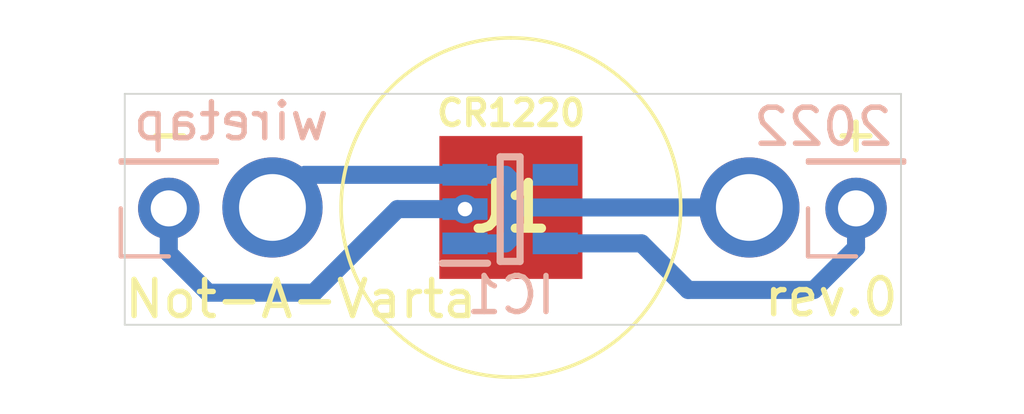
<source format=kicad_pcb>
(kicad_pcb (version 20171130) (host pcbnew "(5.1.6)-1")

  (general
    (thickness 1.6)
    (drawings 11)
    (tracks 21)
    (zones 0)
    (modules 4)
    (nets 5)
  )

  (page A4)
  (layers
    (0 F.Cu signal)
    (31 B.Cu signal)
    (32 B.Adhes user)
    (33 F.Adhes user)
    (34 B.Paste user)
    (35 F.Paste user)
    (36 B.SilkS user)
    (37 F.SilkS user)
    (38 B.Mask user)
    (39 F.Mask user)
    (40 Dwgs.User user)
    (41 Cmts.User user)
    (42 Eco1.User user)
    (43 Eco2.User user)
    (44 Edge.Cuts user)
    (45 Margin user)
    (46 B.CrtYd user)
    (47 F.CrtYd user)
    (48 B.Fab user)
    (49 F.Fab user)
  )

  (setup
    (last_trace_width 0.5)
    (user_trace_width 0.5)
    (trace_clearance 0.2)
    (zone_clearance 0.508)
    (zone_45_only no)
    (trace_min 0.2)
    (via_size 0.8)
    (via_drill 0.4)
    (via_min_size 0.4)
    (via_min_drill 0.3)
    (uvia_size 0.3)
    (uvia_drill 0.1)
    (uvias_allowed no)
    (uvia_min_size 0.2)
    (uvia_min_drill 0.1)
    (edge_width 0.05)
    (segment_width 0.2)
    (pcb_text_width 0.3)
    (pcb_text_size 1.5 1.5)
    (mod_edge_width 0.12)
    (mod_text_size 1 1)
    (mod_text_width 0.15)
    (pad_size 1.7 1.7)
    (pad_drill 1)
    (pad_to_mask_clearance 0.05)
    (aux_axis_origin 0 0)
    (visible_elements FFFFFF7F)
    (pcbplotparams
      (layerselection 0x010fc_ffffffff)
      (usegerberextensions false)
      (usegerberattributes true)
      (usegerberadvancedattributes true)
      (creategerberjobfile true)
      (excludeedgelayer true)
      (linewidth 0.100000)
      (plotframeref false)
      (viasonmask false)
      (mode 1)
      (useauxorigin false)
      (hpglpennumber 1)
      (hpglpenspeed 20)
      (hpglpendiameter 15.000000)
      (psnegative false)
      (psa4output false)
      (plotreference true)
      (plotvalue true)
      (plotinvisibletext false)
      (padsonsilk false)
      (subtractmaskfromsilk false)
      (outputformat 1)
      (mirror false)
      (drillshape 0)
      (scaleselection 1)
      (outputdirectory "//192.168.1.100/Personal/Charlie/~Retro/~PCB's and Kits/Not-A-Varta/not-a-varta/gerbers/"))
  )

  (net 0 "")
  (net 1 +BATT)
  (net 2 -BATT)
  (net 3 "Net-(IC1-Pad4)")
  (net 4 VDD)

  (net_class Default "This is the default net class."
    (clearance 0.2)
    (trace_width 0.25)
    (via_dia 0.8)
    (via_drill 0.4)
    (uvia_dia 0.3)
    (uvia_drill 0.1)
    (add_net +BATT)
    (add_net -BATT)
    (add_net "Net-(IC1-Pad4)")
    (add_net VDD)
  )

  (module SOT95P280X145-5N (layer B.Cu) (tedit 0) (tstamp 63521406)
    (at 151.638 101.62)
    (descr "MAX 21-0057")
    (tags "Integrated Circuit")
    (path /6351C416)
    (attr smd)
    (fp_text reference IC1 (at 0.016399 2.384601) (layer B.SilkS)
      (effects (font (size 1 1) (thickness 0.15)) (justify mirror))
    )
    (fp_text value MAX40200AUK+T (at 0 0) (layer B.SilkS) hide
      (effects (font (size 1.27 1.27) (thickness 0.254)) (justify mirror))
    )
    (fp_line (start -1.875 1.5) (end -0.625 1.5) (layer B.SilkS) (width 0.2))
    (fp_line (start -0.275 -1.45) (end -0.275 1.45) (layer B.SilkS) (width 0.2))
    (fp_line (start 0.275 -1.45) (end -0.275 -1.45) (layer B.SilkS) (width 0.2))
    (fp_line (start 0.275 1.45) (end 0.275 -1.45) (layer B.SilkS) (width 0.2))
    (fp_line (start -0.275 1.45) (end 0.275 1.45) (layer B.SilkS) (width 0.2))
    (fp_line (start -0.812 0.5) (end 0.138 1.45) (layer B.Fab) (width 0.1))
    (fp_line (start -0.812 -1.45) (end -0.812 1.45) (layer B.Fab) (width 0.1))
    (fp_line (start 0.812 -1.45) (end -0.812 -1.45) (layer B.Fab) (width 0.1))
    (fp_line (start 0.812 1.45) (end 0.812 -1.45) (layer B.Fab) (width 0.1))
    (fp_line (start -0.812 1.45) (end 0.812 1.45) (layer B.Fab) (width 0.1))
    (fp_line (start -2.125 -1.75) (end -2.125 1.75) (layer B.CrtYd) (width 0.05))
    (fp_line (start 2.125 -1.75) (end -2.125 -1.75) (layer B.CrtYd) (width 0.05))
    (fp_line (start 2.125 1.75) (end 2.125 -1.75) (layer B.CrtYd) (width 0.05))
    (fp_line (start -2.125 1.75) (end 2.125 1.75) (layer B.CrtYd) (width 0.05))
    (fp_text user %R (at 0 0) (layer B.Fab)
      (effects (font (size 1.27 1.27) (thickness 0.254)) (justify mirror))
    )
    (pad 1 smd rect (at -1.25 0.95 270) (size 0.6 1.25) (layers B.Cu B.Paste B.Mask)
      (net 1 +BATT))
    (pad 2 smd rect (at -1.25 0 270) (size 0.6 1.25) (layers B.Cu B.Paste B.Mask)
      (net 2 -BATT))
    (pad 3 smd rect (at -1.25 -0.95 270) (size 0.6 1.25) (layers B.Cu B.Paste B.Mask)
      (net 1 +BATT))
    (pad 4 smd rect (at 1.25 -0.95 270) (size 0.6 1.25) (layers B.Cu B.Paste B.Mask)
      (net 3 "Net-(IC1-Pad4)"))
    (pad 5 smd rect (at 1.25 0.95 270) (size 0.6 1.25) (layers B.Cu B.Paste B.Mask)
      (net 4 VDD))
    (model "C:\\Users\\wiretap\\Downloads\\Kicad Library Downloads\\SamacSys_Parts.3dshapes\\MAX40200AUK+T.stp"
      (at (xyz 0 0 0))
      (scale (xyz 1 1 1))
      (rotate (xyz 0 0 0))
    )
  )

  (module 2895 (layer F.Cu) (tedit 6351AFB1) (tstamp 63521420)
    (at 145.0594 101.5746)
    (descr 2895-4)
    (tags Connector)
    (path /6351B215)
    (fp_text reference J1 (at 6.6 0) (layer F.SilkS)
      (effects (font (size 1.27 1.27) (thickness 0.254)))
    )
    (fp_text value 2895 (at 6.6 0) (layer F.SilkS) hide
      (effects (font (size 1.27 1.27) (thickness 0.254)))
    )
    (fp_line (start -3.4 -5.7) (end 16.6 -5.7) (layer F.CrtYd) (width 0.1))
    (fp_line (start 16.6 -5.7) (end 16.6 5.7) (layer F.CrtYd) (width 0.1))
    (fp_line (start 16.6 5.7) (end -3.4 5.7) (layer F.CrtYd) (width 0.1))
    (fp_line (start -3.4 5.7) (end -3.4 -5.7) (layer F.CrtYd) (width 0.1))
    (fp_line (start 6.6 -4.7) (end 6.6 -4.7) (layer F.Fab) (width 0.2))
    (fp_line (start 6.6 4.7) (end 6.6 4.7) (layer F.Fab) (width 0.2))
    (fp_line (start 6.6 -4.7) (end 6.6 -4.7) (layer F.SilkS) (width 0.1))
    (fp_line (start 6.6 4.7) (end 6.6 4.7) (layer F.SilkS) (width 0.1))
    (fp_line (start 2.4 -2) (end -2.4 -2) (layer F.Fab) (width 0.2))
    (fp_line (start -2.4 -2) (end -2.4 2) (layer F.Fab) (width 0.2))
    (fp_line (start -2.4 2) (end 2.4 2) (layer F.Fab) (width 0.2))
    (fp_line (start 10.8 -2) (end 15.6 -2) (layer F.Fab) (width 0.2))
    (fp_line (start 15.6 -2) (end 15.6 2) (layer F.Fab) (width 0.2))
    (fp_line (start 15.6 2) (end 10.8 2) (layer F.Fab) (width 0.2))
    (fp_text user %R (at 6.6 0) (layer F.Fab)
      (effects (font (size 1.27 1.27) (thickness 0.254)))
    )
    (fp_arc (start 6.6 0) (end 6.6 -4.7) (angle -180) (layer F.Fab) (width 0.2))
    (fp_arc (start 6.6 0) (end 6.6 4.7) (angle -180) (layer F.Fab) (width 0.2))
    (fp_arc (start 6.6 0) (end 6.6 -4.7) (angle -180) (layer F.SilkS) (width 0.1))
    (fp_arc (start 6.6 0) (end 6.6 4.7) (angle -180) (layer F.SilkS) (width 0.1))
    (pad 1 thru_hole circle (at 0 0) (size 2.775 2.775) (drill 1.85) (layers *.Cu *.Mask)
      (net 1 +BATT))
    (pad 2 thru_hole circle (at 13.2 0) (size 2.775 2.775) (drill 1.85) (layers *.Cu *.Mask)
      (net 1 +BATT))
    (pad MP1 smd rect (at 6.6 0 90) (size 3.96 3.96) (layers F.Cu F.Paste F.Mask)
      (net 2 -BATT))
    (model "C:/Users/wiretap/Downloads/Kicad Library Downloads/SamacSys_Parts.3dshapes/keystone-PN2895.STEP"
      (offset (xyz 6.5 -6 2.5))
      (scale (xyz 1 1 1))
      (rotate (xyz -90 0 0))
    )
  )

  (module Connector_PinHeader_2.54mm:PinHeader_1x01_P2.54mm_Vertical (layer B.Cu) (tedit 6351B2F0) (tstamp 63521435)
    (at 161.2138 101.6)
    (descr "Through hole straight pin header, 1x01, 2.54mm pitch, single row")
    (tags "Through hole pin header THT 1x01 2.54mm single row")
    (path /63524660)
    (fp_text reference J2 (at 0 2.33) (layer B.SilkS) hide
      (effects (font (size 1 1) (thickness 0.15)) (justify mirror))
    )
    (fp_text value Conn_01x01 (at 0 -2.33) (layer B.Fab)
      (effects (font (size 1 1) (thickness 0.15)) (justify mirror))
    )
    (fp_line (start 1.8 1.8) (end -1.8 1.8) (layer B.CrtYd) (width 0.05))
    (fp_line (start 1.8 -1.8) (end 1.8 1.8) (layer B.CrtYd) (width 0.05))
    (fp_line (start -1.8 -1.8) (end 1.8 -1.8) (layer B.CrtYd) (width 0.05))
    (fp_line (start -1.8 1.8) (end -1.8 -1.8) (layer B.CrtYd) (width 0.05))
    (fp_line (start -1.33 1.33) (end 0 1.33) (layer B.SilkS) (width 0.12))
    (fp_line (start -1.33 0) (end -1.33 1.33) (layer B.SilkS) (width 0.12))
    (fp_line (start -1.33 -1.27) (end 1.33 -1.27) (layer B.SilkS) (width 0.12))
    (fp_line (start 1.33 -1.27) (end 1.33 -1.33) (layer B.SilkS) (width 0.12))
    (fp_line (start -1.33 -1.27) (end -1.33 -1.33) (layer B.SilkS) (width 0.12))
    (fp_line (start -1.33 -1.33) (end 1.33 -1.33) (layer B.SilkS) (width 0.12))
    (fp_line (start -1.27 0.635) (end -0.635 1.27) (layer B.Fab) (width 0.1))
    (fp_line (start -1.27 -1.27) (end -1.27 0.635) (layer B.Fab) (width 0.1))
    (fp_line (start 1.27 -1.27) (end -1.27 -1.27) (layer B.Fab) (width 0.1))
    (fp_line (start 1.27 1.27) (end 1.27 -1.27) (layer B.Fab) (width 0.1))
    (fp_line (start -0.635 1.27) (end 1.27 1.27) (layer B.Fab) (width 0.1))
    (fp_text user %R (at 0 0 -90) (layer B.Fab)
      (effects (font (size 1 1) (thickness 0.15)) (justify mirror))
    )
    (pad 1 thru_hole circle (at 0 0) (size 1.7 1.7) (drill 1) (layers *.Cu *.Mask)
      (net 4 VDD))
    (model ${KISYS3DMOD}/Connector_PinHeader_2.54mm.3dshapes/PinHeader_1x01_P2.54mm_Vertical.wrl
      (at (xyz 0 0 0))
      (scale (xyz 1 1 1))
      (rotate (xyz 0 0 0))
    )
  )

  (module Connector_PinHeader_2.54mm:PinHeader_1x01_P2.54mm_Vertical (layer B.Cu) (tedit 6351B2F9) (tstamp 6352144A)
    (at 142.1892 101.6)
    (descr "Through hole straight pin header, 1x01, 2.54mm pitch, single row")
    (tags "Through hole pin header THT 1x01 2.54mm single row")
    (path /63524C70)
    (fp_text reference J3 (at 0 2.33) (layer B.SilkS) hide
      (effects (font (size 1 1) (thickness 0.15)) (justify mirror))
    )
    (fp_text value Conn_01x01 (at 0 -2.33) (layer B.Fab)
      (effects (font (size 1 1) (thickness 0.15)) (justify mirror))
    )
    (fp_text user %R (at 0 0 -90) (layer B.Fab)
      (effects (font (size 1 1) (thickness 0.15)) (justify mirror))
    )
    (fp_line (start -0.635 1.27) (end 1.27 1.27) (layer B.Fab) (width 0.1))
    (fp_line (start 1.27 1.27) (end 1.27 -1.27) (layer B.Fab) (width 0.1))
    (fp_line (start 1.27 -1.27) (end -1.27 -1.27) (layer B.Fab) (width 0.1))
    (fp_line (start -1.27 -1.27) (end -1.27 0.635) (layer B.Fab) (width 0.1))
    (fp_line (start -1.27 0.635) (end -0.635 1.27) (layer B.Fab) (width 0.1))
    (fp_line (start -1.33 -1.33) (end 1.33 -1.33) (layer B.SilkS) (width 0.12))
    (fp_line (start -1.33 -1.27) (end -1.33 -1.33) (layer B.SilkS) (width 0.12))
    (fp_line (start 1.33 -1.27) (end 1.33 -1.33) (layer B.SilkS) (width 0.12))
    (fp_line (start -1.33 -1.27) (end 1.33 -1.27) (layer B.SilkS) (width 0.12))
    (fp_line (start -1.33 0) (end -1.33 1.33) (layer B.SilkS) (width 0.12))
    (fp_line (start -1.33 1.33) (end 0 1.33) (layer B.SilkS) (width 0.12))
    (fp_line (start -1.8 1.8) (end -1.8 -1.8) (layer B.CrtYd) (width 0.05))
    (fp_line (start -1.8 -1.8) (end 1.8 -1.8) (layer B.CrtYd) (width 0.05))
    (fp_line (start 1.8 -1.8) (end 1.8 1.8) (layer B.CrtYd) (width 0.05))
    (fp_line (start 1.8 1.8) (end -1.8 1.8) (layer B.CrtYd) (width 0.05))
    (pad 1 thru_hole circle (at 0 0) (size 1.7 1.7) (drill 1) (layers *.Cu *.Mask)
      (net 2 -BATT))
    (model ${KISYS3DMOD}/Connector_PinHeader_2.54mm.3dshapes/PinHeader_1x01_P2.54mm_Vertical.wrl
      (at (xyz 0 0 0))
      (scale (xyz 1 1 1))
      (rotate (xyz 0 0 0))
    )
  )

  (gr_text + (at 161.2138 99.5172) (layer F.SilkS)
    (effects (font (size 1 1) (thickness 0.15)))
  )
  (gr_text - (at 142.2146 99.5172) (layer F.SilkS)
    (effects (font (size 1 1) (thickness 0.15)))
  )
  (gr_text CR1220 (at 151.6634 98.9584) (layer F.SilkS)
    (effects (font (size 0.7 0.7) (thickness 0.15)))
  )
  (gr_text 2022 (at 160.2994 99.3394) (layer B.SilkS)
    (effects (font (size 1 1) (thickness 0.15)) (justify mirror))
  )
  (gr_text wiretap (at 143.9164 99.187) (layer B.SilkS)
    (effects (font (size 1 1) (thickness 0.15)) (justify mirror))
  )
  (gr_text rev.0 (at 160.528 104.0638) (layer F.SilkS)
    (effects (font (size 1 1) (thickness 0.15)))
  )
  (gr_text Not-A-Varta (at 145.8468 104.1146) (layer F.SilkS)
    (effects (font (size 1 1) (thickness 0.15)))
  )
  (gr_line (start 140.97 98.425) (end 162.4584 98.425) (layer Edge.Cuts) (width 0.05))
  (gr_line (start 140.97 104.8258) (end 140.97 98.425) (layer Edge.Cuts) (width 0.05))
  (gr_line (start 162.4584 104.8258) (end 140.97 104.8258) (layer Edge.Cuts) (width 0.05))
  (gr_line (start 162.4584 98.425) (end 162.4584 104.8258) (layer Edge.Cuts) (width 0.05))

  (segment (start 145.964 100.67) (end 150.388 100.67) (width 0.5) (layer B.Cu) (net 1))
  (segment (start 145.0594 101.5746) (end 145.964 100.67) (width 0.5) (layer B.Cu) (net 1))
  (segment (start 151.513 100.67) (end 151.7142 100.8712) (width 0.5) (layer B.Cu) (net 1))
  (segment (start 150.388 100.67) (end 151.513 100.67) (width 0.5) (layer B.Cu) (net 1))
  (segment (start 151.513 102.57) (end 150.388 102.57) (width 0.5) (layer B.Cu) (net 1))
  (segment (start 151.7142 102.3688) (end 151.513 102.57) (width 0.5) (layer B.Cu) (net 1))
  (segment (start 158.2594 101.5746) (end 151.7142 101.5746) (width 0.5) (layer B.Cu) (net 1))
  (segment (start 151.7142 100.8712) (end 151.7142 101.5746) (width 0.5) (layer B.Cu) (net 1))
  (segment (start 151.7142 101.5746) (end 151.7142 102.3688) (width 0.5) (layer B.Cu) (net 1))
  (segment (start 142.1892 101.6) (end 142.1892 102.8446) (width 0.5) (layer B.Cu) (net 2))
  (segment (start 142.1892 102.8446) (end 143.2814 103.9368) (width 0.5) (layer B.Cu) (net 2))
  (segment (start 143.2814 103.9368) (end 146.2024 103.9368) (width 0.5) (layer B.Cu) (net 2))
  (segment (start 148.5192 101.62) (end 150.388 101.62) (width 0.5) (layer B.Cu) (net 2))
  (segment (start 146.2024 103.9368) (end 148.5192 101.62) (width 0.5) (layer B.Cu) (net 2))
  (segment (start 150.388 101.62) (end 150.388 101.62) (width 0.5) (layer B.Cu) (net 2) (tstamp 6352179E))
  (via (at 150.388 101.62) (size 0.8) (drill 0.4) (layers F.Cu B.Cu) (net 2))
  (segment (start 161.2138 102.6922) (end 161.2138 101.6) (width 0.5) (layer B.Cu) (net 4))
  (segment (start 160.0454 103.8606) (end 161.2138 102.6922) (width 0.5) (layer B.Cu) (net 4))
  (segment (start 156.5656 103.8606) (end 160.0454 103.8606) (width 0.5) (layer B.Cu) (net 4))
  (segment (start 152.888 102.57) (end 155.275 102.57) (width 0.5) (layer B.Cu) (net 4))
  (segment (start 155.275 102.57) (end 156.5656 103.8606) (width 0.5) (layer B.Cu) (net 4))

)

</source>
